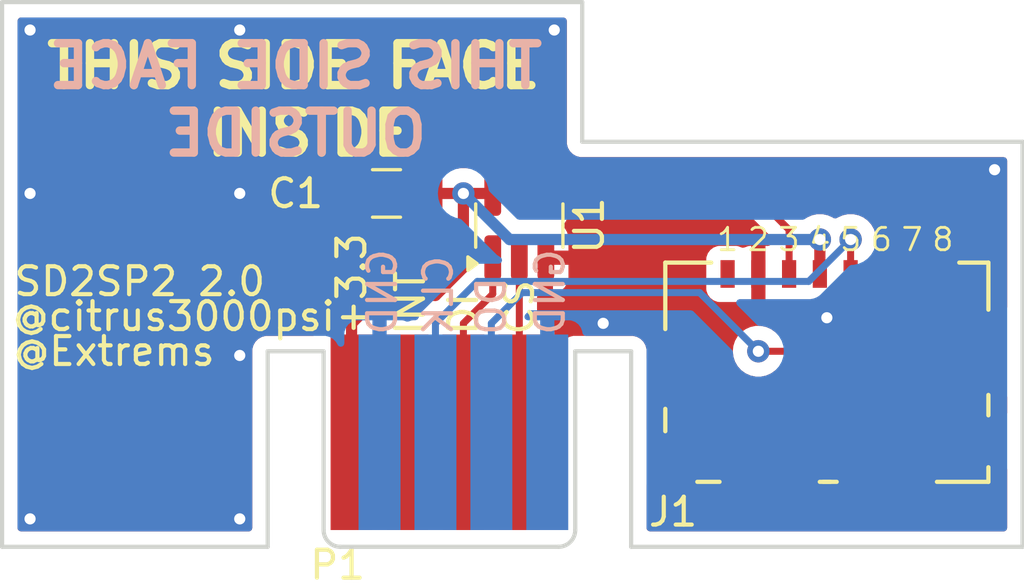
<source format=kicad_pcb>
(kicad_pcb (version 20240108) (generator "pcbnew") (generator_version "8.0")
  (layers (0 "F.Cu" signal) (31 "B.Cu" signal) (34 "B.Paste" user) (35 "F.Paste" user) (36 "B.SilkS" user "B.Silkscreen") (37 "F.SilkS" user "F.Silkscreen") (38 "B.Mask" user) (39 "F.Mask" user) (44 "Edge.Cuts" user))
  (net 0 "")
  (net 1 "+3.3V")
  (net 2 "GND")
  (net 3 "/CLK")
  (net 4 "/DO")
  (net 5 "/DI")
  (net 6 "/CS")
  (net 7 "Net-(J1-CMD)")
  (footprint "gc_sp2:SP2_FootPrint" (layer "F.Cu") (at 75.5 115.9)
    (property "Reference" "P1" (at -0.5 4.75 0) (layer "F.SilkS"))
    (property "Value" "SerialPort")
    (pad "1" smd rect (at 0 0) (size 1.5 7) (layers "F.Cu" "F.Mask") (net 1 "+3.3V"))
    (pad "2" smd rect (at 1 0) (size 1.5 7) (layers "B.Cu" "B.Mask") (net 2 "GND"))
    (pad "3" smd rect (at 2 0) (size 1.5 7) (layers "F.Cu" "F.Mask"))
    (pad "4" smd rect (at 3 0) (size 1.5 7) (layers "B.Cu" "B.Mask") (net 3 "/CLK"))
    (pad "5" smd rect (at 4 0) (size 1.5 7) (layers "F.Cu" "F.Mask") (net 5 "/DI"))
    (pad "6" smd rect (at 5 0) (size 1.5 7) (layers "B.Cu" "B.Mask") (net 4 "/DO"))
    (pad "7" smd rect (at 6 0) (size 1.5 7) (layers "F.Cu" "F.Mask") (net 6 "/CS"))
    (pad "8" smd rect (at 7 0) (size 1.5 7) (layers "B.Cu" "B.Mask") (net 2 "GND"))
  )
  (footprint "Capacitors_SMD:C_0805_HandSoldering" (layer "F.Cu") (at 76.75 107.35 180)
    (property "Reference" "C1" (at 3.25 0 0) (layer "F.SilkS"))
    (property "Value" "22uF" (hide yes))
    (fp_line (start 0.5 -0.85) (end -0.5 -0.85) (stroke (width 0.12)) (layer "F.SilkS"))
    (fp_line (start -0.5 0.85) (end 0.5 0.85) (stroke (width 0.12)) (layer "F.SilkS"))
    (pad "1" smd rect (at -1.25 0 180) (size 1.5 1.25) (layers "F.Cu" "F.Paste" "F.Mask") (net 1 "+3.3V"))
    (pad "2" smd rect (at 1.25 0 180) (size 1.5 1.25) (layers "F.Cu" "F.Paste" "F.Mask") (net 2 "GND"))
  )
  (footprint "gc_sp2:105162-0001_MOL" (layer "F.Cu") (at 92.5 113.75 180)
    (property "Reference" "J1" (at 5.5 -5 0) (layer "F.SilkS"))
    (property "Value" "1051620001")
    (fp_line (start 5.7785 3.9243) (end 5.7785 1.5444) (stroke (width 0.1524)) (layer "F.SilkS"))
    (fp_line (start 5.7785 -1.31114) (end 5.7785 -2.11266) (stroke (width 0.1524)) (layer "F.SilkS"))
    (fp_line (start 4.632737 -3.9243) (end 3.83824 -3.9243) (stroke (width 0.1524)) (layer "F.SilkS"))
    (fp_line (start 4.136741 3.9243) (end 5.7785 3.9243) (stroke (width 0.1524)) (layer "F.SilkS"))
    (fp_line (start 0.25176 -3.9243) (end -0.35176 -3.9243) (stroke (width 0.1524)) (layer "F.SilkS"))
    (fp_line (start 0.127 -3.9243) (end -0.127 -3.9243) (stroke (width 0.1524)) (layer "F.SilkS"))
    (fp_line (start -3.93824 -3.9243) (end -5.7785 -3.9243) (stroke (width 0.1524)) (layer "F.SilkS"))
    (fp_line (start -5.7785 3.9243) (end -4.736739 3.9243) (stroke (width 0.1524)) (layer "F.SilkS"))
    (fp_line (start -5.7785 2.239241) (end -5.7785 3.9243) (stroke (width 0.1524)) (layer "F.SilkS"))
    (fp_line (start -5.7785 -1.542659) (end -5.7785 -0.813839) (stroke (width 0.1524)) (layer "F.SilkS"))
    (fp_line (start -5.7785 -3.9243) (end -5.7785 -3.401939) (stroke (width 0.1524)) (layer "F.SilkS"))
    (pad "14" smd rect (at -2.145 -3.7173 180) (size 2.921 0.5588) (layers "F.Cu" "F.Paste" "F.Mask"))
    (pad "15" smd rect (at 2.045 -3.7173 180) (size 2.921 0.5588) (layers "F.Cu" "F.Paste" "F.Mask"))
    (pad "G1" smd rect (at 5.325001 -0.4323 180) (size 1.0414 1.0922) (layers "F.Cu" "F.Paste" "F.Mask") (net 2 "GND"))
    (pad "G2" smd rect (at 5.325001 -3.0423 180) (size 1.0414 1.1938) (layers "F.Cu" "F.Paste" "F.Mask") (net 2 "GND"))
    (pad "G3" smd rect (at -5.324965 -2.472299 180) (size 1.0414 1.1938) (layers "F.Cu" "F.Paste" "F.Mask") (net 2 "GND"))
    (pad "G4" smd rect (at -5.325001 0.712701 180) (size 1.0414 2.3876) (layers "F.Cu" "F.Paste" "F.Mask") (net 2 "GND"))
    (pad "P1" smd rect (at 3.550001 3.517699 180) (size 0.508 0.9906) (layers "F.Cu" "F.Paste" "F.Mask"))
    (pad "P2" smd rect (at 2.45 3.517699 180) (size 0.508 0.9906) (layers "F.Cu" "F.Paste" "F.Mask") (net 2 "GND"))
    (pad "P3" smd rect (at 1.35 3.517699 180) (size 0.508 0.9906) (layers "F.Cu" "F.Paste" "F.Mask") (net 7 "Net-(J1-CMD)"))
    (pad "P4" smd rect (at 0.25 3.517699 180) (size 0.508 0.9906) (layers "F.Cu" "F.Paste" "F.Mask") (net 1 "+3.3V"))
    (pad "P5" smd rect (at -0.850001 3.517699 180) (size 0.508 0.9906) (layers "F.Cu" "F.Paste" "F.Mask") (net 3 "/CLK"))
    (pad "P6" smd rect (at -1.950001 3.517699 180) (size 0.508 0.9906) (layers "F.Cu" "F.Paste" "F.Mask") (net 2 "GND"))
    (pad "P7" smd rect (at -3.050002 3.517699 180) (size 0.508 0.9906) (layers "F.Cu" "F.Paste" "F.Mask") (net 4 "/DO"))
    (pad "P8" smd rect (at -4.149999 3.517699 180) (size 0.508 0.9906) (layers "F.Cu" "F.Paste" "F.Mask"))
    (pad "P9" smd rect (at 5.31 0.8377 180) (size 0.7112 0.7874) (layers "F.Cu" "F.Paste" "F.Mask"))
  )
  (footprint "Package_TO_SOT_SMD:SC-74A-5_1.55x2.9mm_P0.95mm" (layer "F.Cu") (at 81.5 108.5 90)
    (property "Reference" "U1" (at 0 2.5 90) (layer "F.SilkS"))
    (property "Value" "74AHC1G32")
    (fp_line (start 0 -1.56) (end 0.775 -1.56) (stroke (width 0.12)) (layer "F.SilkS"))
    (fp_line (start 0 -1.56) (end -0.775 -1.56) (stroke (width 0.12)) (layer "F.SilkS"))
    (fp_line (start 0 1.56) (end 0.775 1.56) (stroke (width 0.12)) (layer "F.SilkS"))
    (fp_line (start 0 1.56) (end -0.775 1.56) (stroke (width 0.12)) (layer "F.SilkS"))
    (fp_poly (pts (xy -1.3625 -1.51) (xy -1.6025 -1.84) (xy -1.1225 -1.84) (xy -1.3625 -1.51)) (stroke (width 0.12)) (fill solid) (layer "F.SilkS"))
    (pad "1" smd roundrect (at -1.15 -0.95 90) (size 1.6 0.6) (layers "F.Cu" "F.Paste" "F.Mask") (net 5 "/DI"))
    (pad "2" smd roundrect (at -1.15 0 90) (size 1.6 0.6) (layers "F.Cu" "F.Paste" "F.Mask") (net 6 "/CS"))
    (pad "3" smd roundrect (at -1.15 0.95 90) (size 1.6 0.6) (layers "F.Cu" "F.Paste" "F.Mask") (net 2 "GND"))
    (pad "4" smd roundrect (at 1.15 0.95 90) (size 1.6 0.6) (layers "F.Cu" "F.Paste" "F.Mask") (net 7 "Net-(J1-CMD)"))
    (pad "5" smd roundrect (at 1.15 -0.95 90) (size 1.6 0.6) (layers "F.Cu" "F.Paste" "F.Mask") (net 1 "+3.3V"))
  )
  (gr_arc (start 75.1 120) (mid 74.675736 119.824264) (end 74.5 119.4) (stroke (width 0.15)) (layer "Edge.Cuts"))
  (gr_arc (start 83.5 119.4) (mid 83.324264 119.824264) (end 82.9 120) (stroke (width 0.15)) (layer "Edge.Cuts"))
  (gr_line (start 75.1 120) (end 82.9 120) (stroke (width 0.15)) (layer "Edge.Cuts"))
  (gr_line (start 72.5 120) (end 72.5 113) (stroke (width 0.15)) (layer "Edge.Cuts"))
  (gr_line (start 63 100.5) (end 83.75 100.5) (stroke (width 0.15)) (layer "Edge.Cuts"))
  (gr_line (start 74.5 113) (end 74.5 119.4) (stroke (width 0.15)) (layer "Edge.Cuts"))
  (gr_line (start 83.5 113) (end 85.5 113) (stroke (width 0.15)) (layer "Edge.Cuts"))
  (gr_line (start 85.5 120) (end 85.5 113) (stroke (width 0.15)) (layer "Edge.Cuts"))
  (gr_line (start 63 120) (end 72.5 120) (stroke (width 0.15)) (layer "Edge.Cuts"))
  (gr_line (start 72.5 113) (end 74.5 113) (stroke (width 0.15)) (layer "Edge.Cuts"))
  (gr_line (start 63 120) (end 63 100.5) (stroke (width 0.15)) (layer "Edge.Cuts"))
  (gr_line (start 83.75 105.5) (end 83.75 100.5) (stroke (width 0.15)) (layer "Edge.Cuts"))
  (gr_line (start 83.5 113) (end 83.5 119.4) (stroke (width 0.15)) (layer "Edge.Cuts"))
  (gr_line (start 99.5 120) (end 85.5 120) (stroke (width 0.15)) (layer "Edge.Cuts"))
  (gr_line (start 99.5 105.5) (end 83.75 105.5) (stroke (width 0.15)) (layer "Edge.Cuts"))
  (gr_line (start 99.5 105.5) (end 99.5 120) (stroke (width 0.15)) (layer "Edge.Cuts"))
  (gr_text "GND" (at 76.6 112.5 90) (layer "B.SilkS") (effects (font (size 1 1)) (justify right mirror)))
  (gr_text "CLK" (at 78.6 112.5 90) (layer "B.SilkS") (effects (font (size 1 1)) (justify right mirror)))
  (gr_text "DO" (at 80.5 112.5 90) (layer "B.SilkS") (effects (font (size 1 1)) (justify right mirror)))
  (gr_text "THIS SIDE FACE\nOUTSIDE" (at 73.5 104 0) (layer "B.SilkS") (effects (font (size 1.5 1.5) (thickness 0.3)) (justify mirror)))
  (gr_text "GND" (at 82.6 112.5 90) (layer "B.SilkS") (effects (font (size 1 1)) (justify right mirror)))
  (gr_text "THIS SIDE FACE \nINSIDE" (at 74 104 0) (layer "F.SilkS") (effects (font (size 1.5 1.5) (thickness 0.3))))
  (gr_text "1" (at 88.95 109 0) (layer "F.SilkS") (effects (font (size 0.8 0.8) (thickness 0.1))))
  (gr_text "2" (at 90.05 109 0) (layer "F.SilkS") (effects (font (size 0.8 0.8) (thickness 0.1))))
  (gr_text "3" (at 91.15 109 0) (layer "F.SilkS") (effects (font (size 0.8 0.8) (thickness 0.1))))
  (gr_text "4" (at 92.25 109 0) (layer "F.SilkS") (effects (font (size 0.8 0.8) (thickness 0.1))))
  (gr_text "5" (at 93.35 109 0) (layer "F.SilkS") (effects (font (size 0.8 0.8) (thickness 0.1))))
  (gr_text "6" (at 94.45 109 0) (layer "F.SilkS") (effects (font (size 0.8 0.8) (thickness 0.1))))
  (gr_text "7" (at 95.55 109 0) (layer "F.SilkS") (effects (font (size 0.8 0.8) (thickness 0.1))))
  (gr_text "DI" (at 79.5 112.5 90) (layer "F.SilkS") (effects (font (size 1 1)) (justify left)))
  (gr_text "INT" (at 77.6 112.5 90) (layer "F.SilkS") (effects (font (size 1 1)) (justify left)))
  (gr_text "+3.3" (at 75.5 112.5 90) (layer "F.SilkS") (effects (font (size 1 1)) (justify left)))
  (gr_text "@citrus3000psi" (at 75 111.75 0) (layer "F.SilkS") (effects (font (size 1 1)) (justify right)))
  (gr_text "CS" (at 81.5 112.5 90) (layer "F.SilkS") (effects (font (size 1 1)) (justify left)))
  (gr_text "8" (at 96.65 109 0) (layer "F.SilkS") (effects (font (size 0.8 0.8) (thickness 0.1))))
  (gr_text "SD2SP2 2.0" (at 72.5 110.5 0) (layer "F.SilkS") (effects (font (size 1 1)) (justify right)))
  (gr_text "@Extrems" (at 67 113 0) (layer "F.SilkS") (effects (font (size 1 1))))
  (segment (start 92.25 109) (end 92.25 110.232301) (width 0.4) (layer "F.Cu") (net 1))
  (segment (start 75.5 115.9) (end 75.5 112) (width 0.4) (layer "F.Cu") (net 1))
  (segment (start 79.5 107.35) (end 78 107.35) (width 0.4) (layer "F.Cu") (net 1))
  (segment (start 76.5 111) (end 78.5 111) (width 0.4) (layer "F.Cu") (net 1))
  (segment (start 79.5 110) (end 79.5 107.35) (width 0.4) (layer "F.Cu") (net 1))
  (segment (start 80.55 107.35) (end 79.5 107.35) (width 0.4) (layer "F.Cu") (net 1))
  (segment (start 75.5 112) (end 76.5 111) (width 0.4) (layer "F.Cu") (net 1))
  (segment (start 78.5 111) (end 79.5 110) (width 0.4) (layer "F.Cu") (net 1))
  (via (at 92.25 109) (size 0.8) (drill 0.4) (layers "F.Cu" "B.Cu") (net 1))
  (via (at 79.5 107.35) (size 0.8) (drill 0.4) (layers "F.Cu" "B.Cu") (net 1))
  (segment (start 92.350105 108.985334) (end 92.335439 109) (width 0.4) (layer "B.Cu") (net 1))
  (segment (start 81.15 109) (end 79.5 107.35) (width 0.4) (layer "B.Cu") (net 1))
  (segment (start 92.25 109) (end 81.15 109) (width 0.4) (layer "B.Cu") (net 1))
  (segment (start 92.235334 109) (end 92.25 108.985334) (width 0.4) (layer "B.Cu") (net 1))
  (via (at 84.5 112) (size 0.8) (drill 0.4) (layers "F.Cu" "B.Cu") (net 2))
  (via (at 64 119) (size 0.8) (drill 0.4) (layers "F.Cu" "B.Cu") (net 2))
  (via (at 71.5 119) (size 0.8) (drill 0.4) (layers "F.Cu" "B.Cu") (net 2))
  (via (at 64 107.35) (size 0.8) (drill 0.4) (layers "F.Cu" "B.Cu") (net 2))
  (via (at 71.5 107.35) (size 0.8) (drill 0.4) (layers "F.Cu" "B.Cu") (net 2))
  (via (at 64 101.5) (size 0.8) (drill 0.4) (layers "F.Cu" "B.Cu") (net 2))
  (via (at 71.5 101.5) (size 0.8) (drill 0.4) (layers "F.Cu" "B.Cu") (net 2))
  (via (at 82.75 101.5) (size 0.8) (drill 0.4) (layers "F.Cu" "B.Cu") (net 2))
  (via (at 71.5 113.15) (size 0.8) (drill 0.4) (layers "F.Cu" "B.Cu") (net 2))
  (via (at 98.5 106.5) (size 0.8) (drill 0.4) (layers "F.Cu" "B.Cu") (net 2))
  (via (at 92.5 111.8) (size 0.8) (drill 0.4) (layers "F.Cu" "B.Cu") (net 2))
  (segment (start 76.5 115.9) (end 76.5 112) (width 0.4) (layer "B.Cu") (net 2))
  (segment (start 82.5 115.9) (end 82.5 112) (width 0.4) (layer "B.Cu") (net 2))
  (segment (start 93.35 109) (end 93.35 110.2323) (width 0.25) (layer "F.Cu") (net 3))
  (segment (start 93.35 110.2323) (end 93.350001 110.232301) (width 0.25) (layer "F.Cu") (net 3))
  (via (at 93.35 109) (size 0.8) (drill 0.4) (layers "F.Cu" "B.Cu") (net 3))
  (segment (start 78.5 115.9) (end 78.5 116.25) (width 0.25) (layer "B.Cu") (net 3))
  (segment (start 78.5 112) (end 78.5 115.9) (width 0.25) (layer "B.Cu") (net 3))
  (segment (start 91.85 110.5) (end 80 110.5) (width 0.25) (layer "B.Cu") (net 3))
  (segment (start 80 110.5) (end 78.5 112) (width 0.25) (layer "B.Cu") (net 3))
  (segment (start 93.35 109) (end 91.85 110.5) (width 0.25) (layer "B.Cu") (net 3))
  (segment (start 95.550002 111.949998) (end 95.550002 110.232301) (width 0.25) (layer "F.Cu") (net 4))
  (segment (start 94.5 113) (end 95.550002 111.949998) (width 0.25) (layer "F.Cu") (net 4))
  (segment (start 94.5 113) (end 90.05 113) (width 0.25) (layer "F.Cu") (net 4))
  (via (at 90.05 113) (size 0.8) (drill 0.4) (layers "F.Cu" "B.Cu") (net 4))
  (segment (start 90.05 113) (end 87.95 110.9) (width 0.25) (layer "B.Cu") (net 4))
  (segment (start 80.5 112) (end 80.5 115.9) (width 0.25) (layer "B.Cu") (net 4))
  (segment (start 81.6 110.9) (end 80.5 112) (width 0.25) (layer "B.Cu") (net 4))
  (segment (start 87.95 110.9) (end 81.6 110.9) (width 0.25) (layer "B.Cu") (net 4))
  (segment (start 79.5 112) (end 80.55 110.95) (width 0.25) (layer "F.Cu") (net 5))
  (segment (start 79.5 115.9) (end 79.5 112) (width 0.25) (layer "F.Cu") (net 5))
  (segment (start 80.55 110.95) (end 80.55 109.65) (width 0.25) (layer "F.Cu") (net 5))
  (segment (start 81.5 109.15) (end 81.5 115.9) (width 0.25) (layer "F.Cu") (net 6))
  (segment (start 91.15 108.65) (end 89.85 107.35) (width 0.25) (layer "F.Cu") (net 7))
  (segment (start 91.15 110.232301) (end 91.15 108.65) (width 0.25) (layer "F.Cu") (net 7))
  (segment (start 82.45 107.35) (end 89.85 107.35) (width 0.25) (layer "F.Cu") (net 7))
  (zone (net 0) (net_name "") (layer "F.Cu") (connect_pads (clearance 0)) (min_thickness 0.25)
    (keepout (tracks allowed) (vias allowed) (pads allowed) (copperpour not_allowed) (footprints allowed))
    (fill (thermal_gap 0.5) (thermal_bridge_width 0.5))
    (polygon (pts (xy 81 106.5) (xy 82 106.5) (xy 82 108.5) (xy 81 108.5)))
  )
  (zone (net 2) (net_name "GND") (layer "F.Cu") (connect_pads (clearance 0.508)) (min_thickness 0.254) (fill yes (thermal_gap 0.508) (thermal_bridge_width 0.508))
    (polygon (pts (xy 63 120) (xy 72.5 120) (xy 72.5 113) (xy 85.5 113) (xy 85.5 120) (xy 99.4 120) (xy 99.5 105.5) (xy 83.75 105.5) (xy 83.75 100.5) (xy 63 100.5)))
  )
  (zone (net 2) (net_name "GND") (layer "B.Cu") (connect_pads (clearance 0.508)) (min_thickness 0.254) (fill yes (thermal_gap 0.508) (thermal_bridge_width 0.508))
    (polygon (pts (xy 63 120) (xy 72.5 120) (xy 72.5 113) (xy 85.5 113) (xy 85.5 120) (xy 99.4 120) (xy 99.5 105.5) (xy 83.75 105.5) (xy 83.75 100.5) (xy 63 100.5)))
  )
)
</source>
